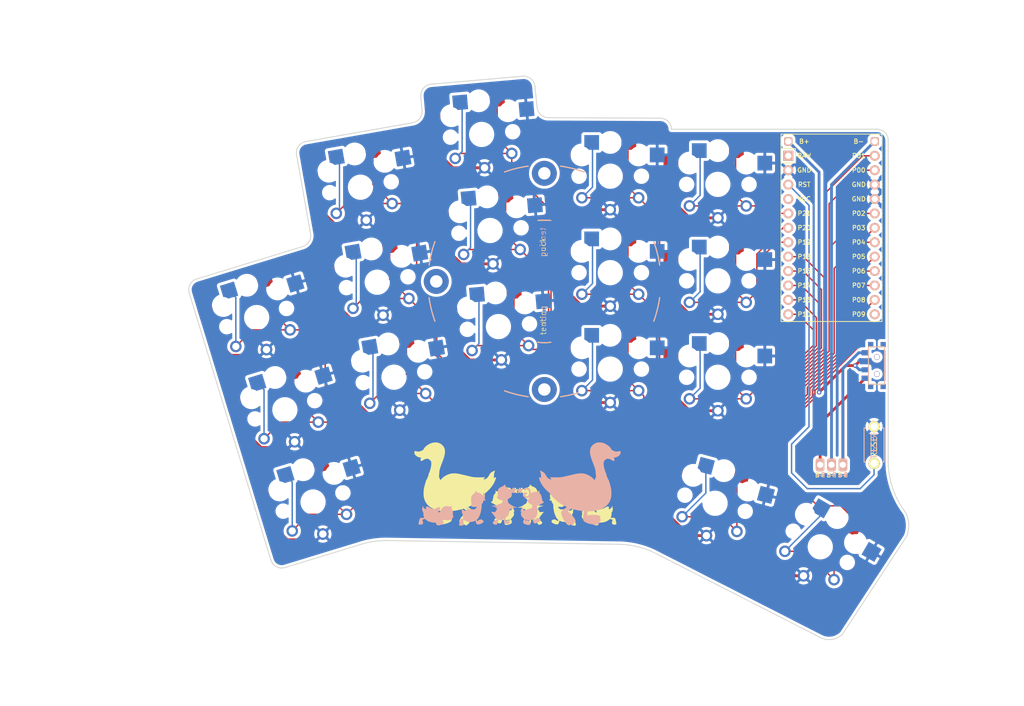
<source format=kicad_pcb>
(kicad_pcb (version 20211014) (generator pcbnew)
  (title_block (title "board") (rev "v1.0.0") (company "Unknown"))
  (layers (0 "F.Cu" signal) (31 "B.Cu" signal) (34 "B.Paste" user) (35 "F.Paste" user) (36 "B.SilkS" user "B.Silkscreen") (37 "F.SilkS" user "F.Silkscreen") (38 "B.Mask" user) (39 "F.Mask" user) (44 "Edge.Cuts" user))
  (net 0 "")
  (net 1 "P6")
  (net 2 "GND")
  (net 3 "P5")
  (net 4 "P4")
  (net 5 "P3")
  (net 6 "P2")
  (net 7 "P0")
  (net 8 "P1")
  (net 9 "P18")
  (net 10 "P15")
  (net 11 "P14")
  (net 12 "P16")
  (net 13 "P10")
  (net 14 "P19")
  (net 15 "P20")
  (net 16 "P21")
  (net 17 "P7")
  (net 18 "P8")
  (net 19 "P9")
  (net 20 "RAW")
  (net 21 "RST")
  (net 22 "VCC")
  (net 23 "Bplus")
  (net 24 "Bminus")
  (net 25 "Braw")
  (footprint "E73:SPDT_C128955" (layer "F.Cu") (at 162.411087 -73.316483 -90)
    (fp_text reference "T1" hide)
    (fp_text value "" hide)
  )
  (footprint "lib:bat" (layer "F.Cu") (at 154.411087 -55.816483)
    (fp_text reference "PAD1" hide)
    (fp_text value "" hide)
  )
  (footprint "kbd:ResetSW" (layer "F.Cu") (at 161.911087 -59.316483 -90)
    (fp_text reference "B1" hide)
    (fp_text value "")
  )
  (footprint "PG1350" (layer "F.Cu") (at 71.38711 -104.745067 10)
    (fp_text reference "S11" hide)
    (fp_text value "" hide)
  )
  (footprint "PG1350" (layer "F.Cu") (at 152.428645 -41.360213 150)
    (fp_text reference "S34" hide)
    (fp_text value "" hide)
  )
  (footprint "PG1350" (layer "F.Cu") (at 94.221643 -97.114167 5)
    (fp_text reference "S15" hide)
    (fp_text value "" hide)
  )
  (footprint "PG1350" (layer "F.Cu") (at 115.411087 -89.686017)
    (fp_text reference "S21" hide)
    (fp_text value "" hide)
  )
  (footprint "PG1350" (layer "F.Cu") (at 77.291148 -71.261603 -170)
    (fp_text reference "S8" hide)
    (fp_text value "" hide)
  )
  (footprint "PG1350" (layer "F.Cu") (at 95.703291 -80.178857 -175)
    (fp_text reference "S14" hide)
    (fp_text value "" hide)
  )
  (footprint "PG1350" (layer "F.Cu") (at 115.411087 -72.686017 180)
    (fp_text reference "S20" hide)
    (fp_text value "" hide)
  )
  (footprint "PG1350" (layer "F.Cu") (at 134.377759 -88.246289 180)
    (fp_text reference "S28" hide)
    (fp_text value "" hide)
  )
  (footprint "PG1350" (layer "F.Cu") (at 134.377759 -71.246289 180)
    (fp_text reference "S26" hide)
    (fp_text value "" hide)
  )
  (footprint "PG1350" (layer "F.Cu") (at 134.377759 -105.246289)
    (fp_text reference "S29" hide)
    (fp_text value "" hide)
  )
  (footprint "PG1350" (layer "F.Cu") (at 152.428645 -41.360213 -30)
    (fp_text reference "S33" hide)
    (fp_text value "" hide)
  )
  (footprint "PG1350" (layer "F.Cu") (at 77.291148 -71.261603 10)
    (fp_text reference "S7" hide)
    (fp_text value "" hide)
  )
  (footprint "PG1350" (layer "F.Cu") (at 63.029681 -49.257181 -163)
    (fp_text reference "S2" hide)
    (fp_text value "" hide)
  )
  (footprint "E73:SPDT_C128955" (layer "F.Cu") (at 162.411087 -73.316483 -90)
    (fp_text reference "T2" hide)
    (fp_text value "" hide)
  )
  (footprint "PG1350" (layer "F.Cu") (at 63.029681 -49.257181 17)
    (fp_text reference "S1" hide)
    (fp_text value "" hide)
  )
  (footprint "PG1350" (layer "F.Cu") (at 53.089043 -81.771543 17)
    (fp_text reference "S5" hide)
    (fp_text value "" hide)
  )
  (footprint "PG1350" (layer "F.Cu") (at 134.377759 -88.246289)
    (fp_text reference "S27" hide)
    (fp_text value "" hide)
  )
  (footprint "PG1350" (layer "F.Cu") (at 74.339129 -88.003335 10)
    (fp_text reference "S9" hide)
    (fp_text value "" hide)
  )
  (footprint "PG1350" (layer "F.Cu") (at 94.221643 -97.114167 -175)
    (fp_text reference "S16" hide)
    (fp_text value "" hide)
  )
  (footprint "PG1350" (layer "F.Cu") (at 134.377759 -105.246289 180)
    (fp_text reference "S30" hide)
    (fp_text value "" hide)
  )
  (footprint "PG1350" (layer "F.Cu") (at 95.703291 -80.178857 5)
    (fp_text reference "S13" hide)
    (fp_text value "" hide)
  )
  (footprint "PG1350" (layer "F.Cu") (at 115.411087 -106.686017 180)
    (fp_text reference "S24" hide)
    (fp_text value "" hide)
  )
  (footprint "LOGO" (layer "F.Cu") (at 99.06 -50.8)
    (fp_text reference "G***")
    (fp_text value "LOGO" hide)
  )
  (footprint "PG1350" (layer "F.Cu") (at 92.739996 -114.049477 5)
    (fp_text reference "S17" hide)
    (fp_text value "" hide)
  )
  (footprint "PG1350" (layer "F.Cu") (at 58.059362 -65.514362 -163)
    (fp_text reference "S4" hide)
    (fp_text value "" hide)
  )
  (footprint "PG1350" (layer "F.Cu") (at 74.339129 -88.003335 -170)
    (fp_text reference "S10" hide)
    (fp_text value "" hide)
  )
  (footprint "PG1350" (layer "F.Cu") (at 115.411087 -89.686017 180)
    (fp_text reference "S22" hide)
    (fp_text value "" hide)
  )
  (footprint "PG1350" (layer "F.Cu") (at 133.891046 -49.038738 -15)
    (fp_text reference "S31" hide)
    (fp_text value "" hide)
  )
  (footprint "ProMicro" (layer "F.Cu") (at 154.411087 -96.316483 -90)
    (fp_text reference "MCU1" hide)
    (fp_text value "" hide)
  )
  (footprint "PG1350" (layer "F.Cu") (at 58.059362 -65.514362 17)
    (fp_text reference "S3" hide)
    (fp_text value "" hide)
  )
  (footprint "PG1350" (layer "F.Cu") (at 133.891046 -49.038738 165)
    (fp_text reference "S32" hide)
    (fp_text value "" hide)
  )
  (footprint "Alaa:Tenting_Puck_3_Holes" (layer "F.Cu") (at 103.79722 -88.141427)
    (fp_text reference "REF**")
    (fp_text value "Tenting Puck")
  )
  (footprint "PG1350" (layer "F.Cu") (at 71.38711 -104.745067 -170)
    (fp_text reference "S12" hide)
    (fp_text value "" hide)
  )
  (footprint "PG1350" (layer "F.Cu") (at 115.411087 -106.686017)
    (fp_text reference "S23" hide)
    (fp_text value "" hide)
  )
  (footprint "PG1350" (layer "F.Cu") (at 134.377759 -71.246289)
    (fp_text reference "S25" hide)
    (fp_text value "" hide)
  )
  (footprint "PG1350" (layer "F.Cu") (at 53.089043 -81.771543 -163)
    (fp_text reference "S6" hide)
    (fp_text value "" hide)
  )
  (footprint "PG1350" (layer "F.Cu") (at 115.411087 -72.686017)
    (fp_text reference "S19" hide)
    (fp_text value "" hide)
  )
  (footprint "PG1350" (layer "F.Cu") (at 92.739996 -114.049477 -175)
    (fp_text reference "S18" hide)
    (fp_text value "" hide)
  )
  (footprint "LOGO" (layer "B.Cu") (at 99.06 -50.8 180)
    (fp_text reference "G***")
    (fp_text value "LOGO" hide)
  )
  (gr_arc (start 104.509588 -117.005368) (mid 103.158397 -117.530806) (end 102.517198 -118.831058) (layer "Edge.Cuts") (width 0.15))
  (gr_arc (start 82.233091 -118.259454) (mid 81.827408 -116.867619) (end 80.587997 -116.115527) (layer "Edge.Cuts") (width 0.15))
  (gr_arc (start 167.528587 -47.330455) (mid 168.024672 -45.267049) (end 167.64 -43.18) (layer "Edge.Cuts") (width 0.15))
  (gr_arc (start 167.528587 -47.330455) (mid 165.211835 -51.649611) (end 164.411087 -56.485027) (layer "Edge.Cuts") (width 0.15))
  (gr_line (start 60.120825 -110.475759) (end 62.576774 -96.547382) (layer "Edge.Cuts") (width 0.15))
  (gr_line (start 116.922394 -41.80264) (end 76.148965 -42.467382) (layer "Edge.Cuts") (width 0.15))
  (gr_line (start 83.834124 -122.906984) (end 99.972478 -124.318907) (layer "Edge.Cuts") (width 0.15))
  (gr_arc (start 58.09038 -37.708445) (mid 56.566694 -37.855159) (end 55.593028 -39.036311) (layer "Edge.Cuts") (width 0.15))
  (gr_line (start 58.090381 -37.708444) (end 71.518873 -41.813947) (layer "Edge.Cuts") (width 0.15))
  (gr_line (start 126.206535 -114.966483) (end 144.510462 -114.966483) (layer "Edge.Cuts") (width 0.15))
  (gr_line (start 162.411087 -114.966483) (end 144.510462 -114.966483) (layer "Edge.Cuts") (width 0.15))
  (gr_line (start 104.509588 -117.005368) (end 124.20716 -116.916483) (layer "Edge.Cuts") (width 0.15))
  (gr_arc (start 71.518873 -41.813947) (mid 73.8083 -42.322192) (end 76.148965 -42.467382) (layer "Edge.Cuts") (width 0.15))
  (gr_line (start 41.20834 -86.086505) (end 55.593028 -39.036311) (layer "Edge.Cuts") (width 0.15))
  (gr_arc (start 99.972478 -124.318908) (mid 101.432366 -123.858608) (end 102.139179 -122.500829) (layer "Edge.Cuts") (width 0.15))
  (gr_arc (start 60.120826 -110.475759) (mid 60.452137 -111.970208) (end 61.743144 -112.792671) (layer "Edge.Cuts") (width 0.15))
  (gr_line (start 156.354214 -25.985787) (end 167.64 -43.18) (layer "Edge.Cuts") (width 0.15))
  (gr_arc (start 116.922394 -41.80264) (mid 120.439885 -41.325215) (end 123.746692 -40.034594) (layer "Edge.Cuts") (width 0.15))
  (gr_line (start 152.4 -25.4) (end 123.746692 -40.034594) (layer "Edge.Cuts") (width 0.15))
  (gr_arc (start 124.20716 -116.916483) (mid 125.603587 -116.348269) (end 126.206535 -114.966483) (layer "Edge.Cuts") (width 0.15))
  (gr_arc (start 156.354214 -25.985787) (mid 154.473897 -25.039536) (end 152.4 -25.4) (layer "Edge.Cuts") (width 0.15))
  (gr_arc (start 41.208341 -86.086504) (mid 41.355055 -87.61019) (end 42.536206 -88.583857) (layer "Edge.Cuts") (width 0.15))
  (gr_line (start 102.139179 -122.500829) (end 102.517198 -118.831058) (layer "Edge.Cuts") (width 0.15))
  (gr_line (start 61.743144 -112.792671) (end 80.587997 -116.115527) (layer "Edge.Cuts") (width 0.15))
  (gr_arc (start 62.576773 -96.547382) (mid 62.312438 -95.155089) (end 61.191902 -94.287476) (layer "Edge.Cuts") (width 0.15))
  (gr_arc (start 82.016046 -120.740284) (mid 82.476347 -122.20017) (end 83.834124 -122.906984) (layer "Edge.Cuts") (width 0.15))
  (gr_line (start 42.536206 -88.583857) (end 61.191902 -94.287476) (layer "Edge.Cuts") (width 0.15))
  (gr_line (start 82.23309 -118.259454) (end 82.016046 -120.740283) (layer "Edge.Cuts") (width 0.15))
  (gr_arc (start 162.411087 -114.966483) (mid 163.825301 -114.380697) (end 164.411087 -112.966483) (layer "Edge.Cuts") (width 0.15))
  (gr_line (start 164.411087 -56.485027) (end 164.411087 -112.966483) (layer "Edge.Cuts") (width 0.15))
  (segment (start 96.075173 -58.42) (end 140.968564 -58.42) (width 0.25) (layer "F.Cu") (net 1))
  (segment (start 62.282887 -47.085081) (end 59.35917 -44.161364) (width 0.25) (layer "F.Cu") (net 1))
  (segment (start 156.23304 -85.87504) (end 160.324483 -89.966483) (width 0.25) (layer "F.Cu") (net 1))
  (segment (start 88.341409 -61.014064) (end 93.481109 -61.014064) (width 0.25) (layer "F.Cu") (net 1))
  (segment (start 77.84096 -62.60096) (end 86.754511 -62.60096) (width 0.25) (layer "F.Cu") (net 1))
  (segment (start 68.922217 -47.085081) (end 62.282887 -47.085081) (width 0.25) (layer "F.Cu") (net 1))
  (segment (start 156.23304 -74.91229) (end 156.23304 -85.87504) (width 0.25) (layer "F.Cu") (net 1))
  (segment (start 73.66 -58.42) (end 77.84096 -62.60096) (width 0.25) (layer "F.Cu") (net 1))
  (segment (start 73.66 -51.822864) (end 73.66 -58.42) (width 0.25) (layer "F.Cu") (net 1))
  (segment (start 150.598649 -68.050085) (end 150.598649 -69.277899) (width 0.25) (layer "F.Cu") (net 1))
  (segment (start 68.922217 -47.085081) (end 73.66 -51.822864) (width 0.25) (layer "F.Cu") (net 1))
  (segment (start 140.968564 -58.42) (end 150.598649 -68.050085) (width 0.25) (layer "F.Cu") (net 1))
  (segment (start 86.754511 -62.60096) (end 88.341409 -61.014064) (width 0.25) (layer "F.Cu") (net 1))
  (segment (start 93.481109 -61.014064) (end 96.075173 -58.42) (width 0.25) (layer "F.Cu") (net 1))
  (segment (start 64.421967 -55.904712) (end 64.421967 -51.585331) (width 0.25) (layer "F.Cu") (net 1))
  (segment (start 150.598649 -69.277899) (end 156.23304 -74.91229) (width 0.25) (layer "F.Cu") (net 1))
  (segment (start 64.421967 -51.585331) (end 68.922217 -47.085081) (width 0.25) (layer "F.Cu") (net 1))
  (segment (start 160.324483 -89.966483) (end 162.031087 -89.966483) (width 0.25) (layer "F.Cu") (net 1))
  (segment (start 58.158171 -53.989677) (end 59.35917 -52.788678) (width 0.25) (layer "B.Cu") (net 1))
  (segment (start 59.35917 -52.788678) (end 59.35917 -44.161364) (width 0.25) (layer "B.Cu") (net 1))
  (segment (start 53.878684 -58.856165) (end 49.049546 -63.685303) (width 0.5) (layer "F.Cu") (net 2))
  (segment (start 90.637192 -74.301308) (end 87.132946 -77.805554) (width 0.5) (layer "F.Cu") (net 2))
  (segment (start 129.405212 -65.346289) (end 126.102759 -68.648742) (width 0.5) (layer "F.Cu") (net 2))
  (segment (start 87.673897 -108.171928) (end 84.169651 -111.676174) (width 0.5) (layer "F.Cu") (net 2))
  (segment (start 67.206698 -97.918702) (end 62.586645 -102.538755) (width 0.5) (layer "F.Cu") (net 2))
  (segment (start 132.364014 -43.339776) (end 129.327896 -43.339776) (width 0.5) (layer "F.Cu") (net 2))
  (segment (start 126.102759 -85.648742) (end 126.102759 -91.996289) (width 0.5) (layer "F.Cu") (net 2))
  (segment (start 115.411087 -66.786017) (end 109.81576 -66.786017) (width 0.5) (layer "F.Cu") (net 2))
  (segment (start 125.807135 -53.741241) (end 126.868581 -54.802687) (width 0.5) (layer "F.Cu") (net 2))
  (segment (start 134.377759 -82.346289) (end 129.405212 -82.346289) (width 0.5) (layer "F.Cu") (net 2))
  (segment (start 84.169651 -111.676174) (end 84.169651 -117.063993) (width 0.5) (layer "F.Cu") (net 2))
  (segment (start 96.21751 -74.301308) (end 90.637192 -74.301308) (width 0.5) (layer "F.Cu") (net 2))
  (segment (start 70.08003 -81.17697) (end 65.538664 -85.718336) (width 0.5) (layer "F.Cu") (net 2))
  (segment (start 144.4244 -39.868068) (end 144.4244 -46.032423) (width 0.5) (layer "F.Cu") (net 2))
  (segment (start 59.784355 -59.872164) (end 58.768356 -58.856165) (width 0.5) (layer "F.Cu") (net 2))
  (segment (start 77.299673 -64.435238) (end 73.105762 -64.435238) (width 0.5) (layer "F.Cu") (net 2))
  (segment (start 54.019865 -47.072135) (end 54.019865 -50.423948) (width 0.5) (layer "F.Cu") (net 2))
  (segment (start 126.102759 -102.648742) (end 126.102759 -108.996289) (width 0.5) (layer "F.Cu") (net 2))
  (segment (start 68.490683 -69.050317) (end 68.490683 -73.517693) (width 0.5) (layer "F.Cu") (net 2))
  (segment (start 129.327896 -43.339776) (end 125.807135 -46.860537) (width 0.5) (layer "F.Cu") (net 2))
  (segment (start 93.254215 -108.171928) (end 87.673897 -108.171928) (width 0.5) (layer "F.Cu") (net 2))
  (segment (start 72.411634 -98.934701) (end 71.395635 -97.918702) (width 0.5) (layer "F.Cu") (net 2))
  (segment (start 44.079227 -79.593373) (end 44.079227 -82.93831) (width 0.5) (layer "F.Cu") (net 2))
  (segment (start 64.754674 -43.614983) (end 63.738675 -42.598984) (width 0.5) (layer "F.Cu") (net 2))
  (segment (start 129.405212 -99.346289) (end 126.102759 -102.648742) (width 0.5) (layer "F.Cu") (net 2))
  (segment (start 107.136087 -103.216201) (end 107.136087 -110.436017) (width 0.5) (layer "F.Cu") (net 2))
  (segment (start 115.411087 -100.786017) (end 109.566271 -100.786017) (width 0.5) (layer "F.Cu") (net 2))
  (segment (start 73.105762 -64.435238) (end 68.490683 -69.050317) (width 0.5) (layer "F.Cu") (net 2))
  (segment (start 110.43854 -83.786017) (end 107.136087 -87.08847) (width 0.5) (layer "F.Cu") (net 2))
  (segment (start 144.4244 -46.032423) (end 147.137285 -48.745308) (width 0.5) (layer "F.Cu") (net 2))
  (segment (start 148.041805 -36.250663) (end 144.4244 -39.868068) (width 0.5) (layer "F.Cu") (net 2))
  (segment (start 108.15356 -68.448217) (end 108.15356 -75.418544) (width 0.5) (layer "F.Cu") (net 2))
  (segment (start 129.405212 -82.346289) (end 126.102759 -85.648742) (width 0.5) (layer "F.Cu") (net 2))
  (segment (start 62.586645 -102.538755) (end 62.586645 -107.001157) (width 0.5) (layer "F.Cu") (net 2))
  (segment (start 115.411087 -83.786017) (end 110.43854 -83.786017) (width 0.5) (layer "F.Cu") (net 2))
  (segment (start 58.493016 -42.598984) (end 54.019865 -47.072135) (width 0.5) (layer "F.Cu") (net 2))
  (segment (start 126.102759 -68.648742) (end 126.102759 -74.996289) (width 0.5) (layer "F.Cu") (net 2))
  (segment (start 85.651298 -94.740864) (end 85.651298 -100.128683) (width 0.5) (layer "F.Cu") (net 2))
  (segment (start 107.136087 -87.08847) (end 107.136087 -93.436017) (width 0.5) (layer "F.Cu") (net 2))
  (segment (start 108.15356 -76.015027) (end 107.136087 -77.0325) (width 0.5) (layer "F.Cu") (net 2))
  (segment (start 109.566271 -100.786017) (end 107.136087 -103.216201) (width 0.5) (layer "F.Cu") (net 2))
  (segment (start 134.377759 -65.346289) (end 129.405212 -65.346289) (width 0.5) (layer "F.Cu") (net 2))
  (segment (start 87.132946 -77.805554) (end 87.132946 -83.193373) (width 0.5) (layer "F.Cu") (net 2))
  (segment (start 78.315672 -65.451237) (end 77.299673 -64.435238) (width 0.5) (layer "F.Cu") (net 2))
  (segment (start 125.807135 -46.860537) (end 125.807135 -53.741241) (width 0.5) (layer "F.Cu") (net 2))
  (segment (start 58.768356 -58.856165) (end 53.878684 -58.856165) (width 0.5) (layer "F.Cu") (net 2))
  (segment (start 63.738675 -42.598984) (end 58.493016 -42.598984) (width 0.5) (layer "F.Cu") (net 2))
  (segment (start 53.798037 -75.113346) (end 48.559254 -75.113346) (width 0.5) (layer "F.Cu") (net 2))
  (segment (start 48.559254 -75.113346) (end 44.079227 -79.593373) (width 0.5) (layer "F.Cu") (net 2))
  (segment (start 134.377759 -99.346289) (end 129.405212 -99.346289) (width 0.5) (layer "F.Cu") (net 2))
  (segment (start 49.049546 -63.685303) (end 49.049546 -66.681129) (width 0.5) (layer "F.Cu") (net 2))
  (segment (start 75.363653 -82.192969) (end 74.347654 -81.17697) (width 0.5) (layer "F.Cu") (net 2))
  (segment (start 94.735862 -91.236618) (end 89.155544 -91.236618) (width 0.5) (layer "F.Cu") (net 2))
  (segment (start 149.478645 -36.250663) (end 148.041805 -36.250663) (width 0.5) (layer "F.Cu") (net 2))
  (segment (start 109.81576 -66.786017) (end 108.15356 -68.448217) (width 0.5) (layer "F.Cu") (net 2))
  (segment (start 74.347654 -81.17697) (end 70.08003 -81.17697) (width 0.5) (layer "F.Cu") (net 2))
  (segment (start 54.814036 -76.129345) (end 53.798037 -75.113346) (width 0.5) (layer "F.Cu") (net 2))
  (segment (start 89.155544 -91.236618) (end 85.651298 -94.740864) (width 0.5) (layer "F.Cu") (net 2))
  (segment (start 65.538664 -85.718336) (end 65.538664 -90.259425) (width 0.5) (layer "F.Cu") (net 2))
  (segment (start 71.395635 -97.918702) (end 67.206698 -97.918702) (width 0.5) (layer "F.Cu") (net 2))
  (segment (start 155.78352 -86.258916) (end 162.031087 -92.506483) (width 0.25) (layer "F.Cu") (net 3))
  (segment (start 88.527606 -61.463584) (end 93.667305 -61.463584) (width 0.25) (layer "F.Cu") (net 3))
  (segment (start 69.39742 -63.342262) (end 69.689203 -63.05048) (width 0.25) (layer "F.Cu") (net 3))
  (segment (start 59.451648 -67.842512) (end 63.951898 -63.342262) (width 0.25) (layer "F.Cu") (net 3))
  (segment (start 155.78352 -75.098488) (end 155.78352 -86.258916) (width 0.25) (layer "F.Cu") (net 3))
  (segment (start 140.782366 -58.86952) (end 150.149129 -68.236283) (width 0.25) (layer "F.Cu") (net 3))
  (segment (start 63.951898 -63.342262) (end 69.39742 -63.342262) (width 0.25) (layer "F.Cu") (net 3))
  (segment (start 69.689203 -63.05048) (end 86.940708 -63.05048) (width 0.25) (layer "F.Cu") (net 3))
  (segment (start 63.951898 -63.342262) (end 57.312568 -63.342262) (width 0.25) (layer "F.Cu") (net 3))
  (segment (start 150.149129 -68.236283) (end 150.149129 -69.464097) (width 0.25) (layer "F.Cu") (net 3))
  (segment (start 57.312568 -63.342262) (end 54.388851 -60.418545) (width 0.25) (layer "F.Cu") (net 3))
  (segment (start 150.149129 -69.464097) (end 155.78352 -75.098488) (width 0.25) (layer "F.Cu") (net 3))
  (segment (start 86.940708 -63.05048) (end 88.527606 -61.463584) (width 0.25) (layer "F.Cu") (net 3))
  (segment (start 93.667305 -61.463584) (end 96.261369 -58.86952) (width 0.25) (layer "F.Cu") (net 3))
  (segment (start 96.261369 -58.86952) (end 140.782366 -58.86952) (width 0.25) (layer "F.Cu") (net 3))
  (segment (start 59.451648 -72.161893) (end 59.451648 -67.842512) (width 0.25) (layer "F.Cu") (net 3))
  (segment (start 53.187852 -70.246858) (end 54.388851 -69.045859) (width 0.25) (layer "B.Cu") (net 3))
  (segment (start 54.388851 -69.045859) (end 54.388851 -60.418545) (width 0.25) (layer "B.Cu") (net 3))
  (segment (start 69.8754 -63.5) (end 87.126906 -63.5) (width 0.25) (layer "F.Cu") (net 4))
  (segment (start 58.981579 -79.599443) (end 52.342249 -79.599443) (width 0.25) (layer "F.Cu") (net 4))
  (segment (start 54.481329 -88.419074) (end 54.481329 -84.099693) (width 0.25) (layer "F.Cu") (net 4))
  (segment (start 52.342249 -79.599443) (end 49.418532 -76.675726) (width 0.25) (layer "F.Cu") (net 4))
  (segment (start 54.481329 -84.099693) (end 58.981579 -79.599443) (width 0.25) (layer "F.Cu") (net 4))
  (segment (start 65.1764 -76.1238) (end 65.1764 -68.199) (width 0.25) (layer "F.Cu") (net 4))
  (segment (start 93.853502 -61.913104) (end 96.447566 -59.31904) (width 0.25) (layer "F.Cu") (net 4))
  (segment (start 58.981579 -79.599443) (end 61.700757 -79.599443) (width 0.25) (layer "F.Cu") (net 4))
  (segment (start 160.146683 -95.046483) (end 162.031087 -95.046483) (width 0.25) (layer "F.Cu") (net 4))
  (segment (start 149.699609 -69.650295) (end 155.334 -75.284686) (width 0.25) (layer "F.Cu") (net 4))
  (segment (start 61.700757 -79.599443) (end 65.1764 -76.1238) (width 0.25) (layer "F.Cu") (net 4))
  (segment (start 155.334 -75.284686) (end 155.334 -90.2338) (width 0.25) (layer "F.Cu") (net 4))
  (segment (start 140.596168 -59.31904) (end 149.699609 -68.422481) (width 0.25) (layer "F.Cu") (net 4))
  (segment (start 149.699609 -68.422481) (end 149.699609 -69.650295) (width 0.25) (layer "F.Cu") (net 4))
  (segment (start 87.126906 -63.5) (end 88.713803 -61.913104) (width 0.25) (layer "F.Cu") (net 4))
  (segment (start 96.447566 -59.31904) (end 140.596168 -59.31904) (width 0.25) (layer "F.Cu") (net 4))
  (segment (start 88.713803 -61.913104) (end 93.853502 -61.913104) (width 0.25) (layer "F.Cu") (net 4))
  (segment (start 65.1764 -68.199) (end 69.8754 -63.5) (width 0.25) (layer "F.Cu") (net 4))
  (segment (start 155.334 -90.2338) (end 160.146683 -95.046483) (width 0.25) (layer "F.Cu") (net 4))
  (segment (start 48.217533 -86.504039) (end 49.418532 -85.30304) (width 0.25) (layer "B.Cu") (net 4))
  (segment (start 49.418532 -85.30304) (end 49.418532 -76.675726) (width 0.25) (layer "B.Cu") (net 4))
  (segment (start 88.9 -62.362624) (end 94.0397 -62.362624) (width 0.25) (layer "F.Cu") (net 5))
  (segment (start 154.88448 -90.439876) (end 162.031087 -97.586483) (width 0.25) (layer "F.Cu") (net 5))
  (segment (start 94.0397 -62.362624) (end 96.633764 -59.76856) (width 0.25) (layer "F.Cu") (net 5))
  (segment (start 79.483187 -71.779437) (end 82.87505 -68.387574) (width 0.25) (layer "F.Cu") (net 5))
  (segment (start 149.250089 -68.608679) (end 149.250089 -69.836493) (width 0.25) (layer "F.Cu") (net 5))
  (segment (start 82.87505 -68.387574) (end 74.763453 -68.387574) (width 0.25) (layer "F.Cu") (net 5))
  (segment (start 79.483187 -77.689907) (end 79.483187 -71.779437) (width 0.25) (layer "F.Cu") (net 5))
  (segment (start 74.763453 -68.387574) (end 73.026972 -66.651093) (width 0.25) (layer "F.Cu") (net 5))
  (segment (start 82.87505 -68.387574) (end 88.9 -62.362624) (width 0.25) (layer "F.Cu") (net 5))
  (segment (start 149.250089 -69.836493) (end 154.88448 -75.470884) (width 0.25) (layer "F.Cu") (net 5))
  (segment (start 154.88448 -75.470884) (end 154.88448 -90.439876) (width 0.25) (layer "F.Cu") (net 5))
  (segment (start 140.40997 -59.76856) (end 149.250089 -68.608679) (width 0.25) (layer "F.Cu") (net 5))
  (segment (start 96.633764 -59.76856) (end 140.40997 -59.76856) (width 0.25) (layer "F.Cu") (net 5))
  (segment (start 73.59045 -67.214571) (end 73.026972 -66.651093) (width 0.25) (layer "B.Cu") (net 5))
  (segment (start 73.032696 -76.552511) (end 73.59045 -75.994757) (width 0.25) (layer "B.Cu") (net 5))
  (segment (start 73.59045 -75.994757) (end 73.59045 -67.214571) (width 0.25) (layer "B.Cu") (net 5))
  (segment (start 154.43496 -75.657082) (end 154.43496 -94.49096) (width 0.25) (layer "F.Cu") (net 6))
  (segment (start 76.531168 -88.521169) (end 79.923031 -85.129306) (width 0.25) (layer "F.Cu") (net 6))
  (segment (start 84.38648 -80.665857) (end 84.38648 -75.353403) (width 0.25) (layer "F.Cu") (net 6))
  (segment (start 148.800569 -70.022691) (end 154.43496 -75.657082) (width 0.25) (layer "F.Cu") (net 6))
  (segment (start 76.531168 -94.431639) (end 76.531168 -88.521169) (width 0.25) (layer "F.Cu") (net 6))
  (segment (start 148.800569 -68.794877) (end 148.800569 -70.022691) (width 0.25) (layer "F.Cu") (net 6))
  (segment (start 84.38648 -75.353403) (end 89.34952 -70.390363) (width 0.25) (layer "F.Cu") (net 6))
  (segment (start 154.43496 -94.49096) (end 160.070483 -100.126483) (width 0.25) (layer "F.Cu") (net 6))
  (segment (start 140.223772 -60.21808) (end 148.800569 -68.794877) (width 0.25) (layer "F.Cu") (net 6))
  (segment (start 96.819962 -60.21808) (end 140.223772 -60.21808) (width 0.25) (layer "F.Cu") (net 6))
  (segment (start 79.923031 -85.129306) (end 71.811434 -85.129306) (width 0.25) (layer "F.Cu") (net 6))
  (segment (start 89.34952 -70.390363) (end 89.34952 -67.688522) (width 0.25) (layer "F.Cu") (net 6))
  (segment (start 79.923031 -85.129306) (end 84.38648 -80.665857) (width 0.25) (layer "F.Cu") (net 6))
  (segment (start 89.34952 -67.688522) (end 96.819962 -60.21808) (width 0.25) (layer "F.Cu") (net 6))
  (segment (start 71.811434 -85.129306) (end 70.074953 -83.392825) (width 0.25) (layer "F.Cu") (net 6))
  (segment (start 160.070483 -100.126483) (end 162.031087 -100.126483) (width 0.25) (layer "F.Cu") (net 6))
  (segment (start 70.638431 -83.956303) (end 70.074953 -83.392825) (width 0.25) (layer "B.Cu") (net 6))
  (segment (start 70.638431 -92.736489) (end 70.638431 -83.956303) (width 0.25) (layer "B.Cu") (net 6))
  (segment (start 70.080677 -93.294243) (end 70.638431 -92.736489) (width 0.25) (layer "B.Cu") (net 6))
  (segment (start 68.859415 -101.871038) (end 67.122934 -100.134557) (width 0.25) (layer "F.Cu") (net 7))
  (segment (start 148.351049 -70.208889) (end 153.98544 -75.84328) (width 0.25) (layer "F.Cu") (net 7))
  (segment (start 84.836 -75.539601) (end 89.79904 -70.57656) (width 0.25) (layer "F.Cu") (net 7))
  (segment (start 97.00616 -60.6676) (end 140.037574 -60.6676) (width 0.25) (layer "F.Cu") (net 7))
  (segment (start 73.579149 -111.173371) (end 73.579149 -105.262901) (width 0.25) (layer "F.Cu") (net 7))
  (segment (start 89.79904 -70.57656) (end 89.79904 -67.87472) (width 0.25) (layer "F.Cu") (net 7))
  (segment (start 81.28 -86.36) (end 84.836 -82.804) (width 0.25) (layer "F.Cu") (net 7))
  (segment (start 140.037574 -60.6676) (end 148.351049 -68.981075) (width 0.25) (layer "F.Cu") (net 7))
  (segment (start 76.971012 -101.871038) (end 68.859415 -101.871038) (width 0.25) (layer "F.Cu") (net 7))
  (segment (start 79.561162 -101.871038) (end 81.28 -100.1522) (width 0.25) (layer "F.Cu") (net 7))
  (segment (start 84.836 -82.804) (end 84.836 -75.539601) (width 0.25) (layer "F.Cu") (net 7))
  (segment (start 89.79904 -67.87472) (end 97.00616 -60.6676) (width 0.25) (layer "F.Cu") (net 7))
  (segment (start 153.98544 -75.84328) (end 153.98544 -101.83924) (width 0.25) (layer "F.Cu") (net 7))
  (segment (start 153.98544 -101.83924) (end 159.892683 -107.746483) (width 0.25) (layer "F.Cu") (net 7))
  (segment (start 76.971012 -101.871038) (end 79.561162 -101.871038) (width 0.25) (layer "F.Cu") (net 7))
  (segment (start 148.351049 -68.981075) (end 148.351049 -70.208889) (width 0.25) (layer "F.Cu") (net 7))
  (segment (start 159.892683 -107.746483) (end 162.031087 -107.746483) (width 0.25) (layer "F.Cu") (net 7))
  (segment (start 73.579149 -105.262901) (end 76.971012 -101.871038) (width 0.25) (layer "F.Cu") (net 7))
  (segment (start 81.28 -100.1522) (end 81.28 -86.36) (width 0.25) (layer "F.Cu") (net 7))
  (segment (start 67.686412 -100.698035) (end 67.122934 -100.134557) (width 0.25) (layer "B.Cu") (net 7))
  (segment (start 67.128658 -110.035975) (end 67.686412 -109.478221) (width 0.25) (layer "B.Cu") (net 7))
  (segment (start 67.686412 -109.478221) (end 67.686412 -100.698035) (width 0.25) (layer "B.Cu") (net 7))
  (segment (start 101.015456 -76.829096) (end 101.683852 -76.1607) (width 0.25) (layer "F.Cu") (net 8))
  (segment (start 91.925067 -76.829096) (end 91.053509 -75.957538) (width 0.25) (layer "F.Cu") (net 8))
  (segment (start 106.68 -63.284724) (end 108.847604 -61.11712) (width 0.25) (layer "F.Cu") (net 8))
  (segment (start 153.53592 -76.029478) (end 153.53592 -103.92972) (width 0.25) (layer "F.Cu") (net 8))
  (segment (start 101.015456 -76.829096) (end 98.447252 -79.3973) (width 0.25) (layer "F.Cu") (net 8))
  (segment (start 98.447252 -79.3973) (end 98.447252 -86.391651) (width 0.25) (layer "F.Cu") (net 8))
  (segment (start 147.901529 -69.167273) (end 147.901529 -70.395087) (width 0.25) (layer "F.Cu") (net 8))
  (segment (start 101.683852 -76.1607) (end 103.244938 -76.1607) (width 0.25) (layer "F.Cu") (net 8))
  (segment (start 147.901529 -70.395087) (end 153.53592 -76.029478) (width 0.25) (layer "F.Cu") (net 8))
  (segment (start 139.851376 -61.11712) (end 147.901529 -69.167273) (width 0.25) (layer "F.Cu") (net 8))
  (segment (start 101.015456 -76.829096) (end 91.925067 -76.829096) (width 0.25) (layer "F.Cu") (net 8))
  (segment (start 108.847604 -61.11712) (end 139.851376 -61.11712) (width 0.25) (layer "F.Cu") (net 8))
  (segment (start 106.68 -70.883508) (end 106.68 -63.284724) (width 0.25) (layer "F.Cu") (net 8))
  (segment (start 103.244938 -74.31857) (end 106.68 -70.883508) (width 0.25) (layer "F.Cu") (net 8))
  (segment (start 159.892683 -110.286483) (end 162.031087 -110.286483) (width 0.25) (layer "F.Cu") (net 8))
  (segment (start 103.244938 -76.1607) (end 103.244938 -74.31857) (width 0.25) (layer "F.Cu") (net 8))
  (segment (start 153.53592 -103.92972) (end 159.892683 -110.286483) (width 0.25) (layer "F.Cu") (net 8))
  (segment (start 92.270004 -77.174033) (end 91.053509 -75.957538) (width 0.25) (layer "B.Cu") (net 8))
  (segment (start 91.922177 -85.82078) (end 92.270004 -85.472953) (width 0.25) (layer "B.Cu") (net 8))
  (segment (start 92.270004 -85.472953) (end 92.270004 -77.174033) (width 0.25) (layer "B.Cu") (net 8))
  (segment (start 107.12952 -71.069705) (end 107.12952 -63.470922) (width 0.25) (layer "F.Cu") (net 9))
  (segment (start 99.533808 -93.764406) (end 90.443419 -93.764406) (width 0.25) (layer "F.Cu") (net 9))
  (segment (start 96.965604 -96.33261) (end 99.533808 -93.764406) (width 0.25) (layer "F.Cu") (net 9))
  (segment (start 104.52868 -73.670546) (end 107.12952 -71.069705) (width 0.25) (layer "F.Cu") (net 9))
  (segment (start 149.428517 -92.506483) (end 146.791087 -92.506483) (width 0.25) (layer "F.Cu") (net 9))
  (segment (start 147.452009 -69.353471) (end 147.452009 -70.581285) (width 0.25) (layer "F.Cu") (net 9))
  (segment (start 96.965604 -103.326961) (end 96.965604 -96.33261) (width 0.25) (layer "F.Cu") (net 9))
  (segment (start 153.0864 -76.215676) (end 153.0864 -88.8486) (width 0.25) (layer "F.Cu") (net 9))
  (segment (start 139.665178 -61.56664) (end 147.452009 -69.353471) (width 0.25) (layer "F.Cu") (net 9))
  (segment (start 109.033802 -61.56664) (end 139.665178 -61.56664) (width 0.25) (layer "F.Cu") (net 9))
  (segment (start 104.52868 -88.769534) (end 104.52868 -73.670546) (width 0.25) (layer "F.Cu") (net 9))
  (segment (start 153.0864 -88.8486) (end 149.428517 -92.506483) (width 0.25) (layer "F.Cu") (net 9))
  (segment (start 99.533808 -93.764406) (end 104.52868 -88.769534) (width 0.25) (layer "F.Cu") (net 9))
  (segment (start 90.443419 -93.764406) (end 89.571861 -92.892848) (width 0.25) (layer "F.Cu") (net 9))
  (segment (start 107.12952 -63.470922) (end 109.033802 -61.56664) (width 0.25) (layer "F.Cu") (net 9))
  (segment (start 147.452009 -70.581285) (end 153.0864 -76.215676) (width 0.25) (layer "F.Cu") (net 9))
  (segment (start 90.788356 -94.109343) (end 89.571861 -92.892848) (width 0.25) (layer "B.Cu") (net 9))
  (segment (start 90.440529 -102.75609) (end 90.788356 -102.408263) (width 0.25) (layer "B.Cu") (net 9))
  (segment (start 90.788356 -102.408263) (end 90.788356 -94.109343) (width 0.25) (layer "B.Cu") (net 9))
  (segment (start 152.63688 -86.70732) (end 149.377717 -89.966483) (width 0.25) (layer "F.Cu") (net 10))
  (segment (start 104.9782 -73.856744) (end 107.57904 -71.255902) (width 0.25) (layer "F.Cu") (net 10))
  (segment (start 107.57904 -63.65712) (end 109.22 -62.01616) (width 0.25) (layer "F.Cu") (net 10))
  (segment (start 147.002489 -70.767483) (end 152.63688 -76.401874) (width 0.25) (layer "F.Cu") (net 10))
  (segment (start 95.483957 -120.262271) (end 95.483957 -113.26792) (width 0.25) (layer "F.Cu") (net 10))
  (segment (start 104.9782 -100.61575) (end 104.9782 -73.856744) (width 0.25) (layer "F.Cu") (net 10))
  (segment (start 152.63688 -76.401874) (end 152.63688 -86.70732) (width 0.25) (layer "F.Cu") (net 10))
  (segment (start 98.052161 -107.541789) (end 104.9782 -100.61575) (width 0.25) (layer "F.Cu") (net 10))
  (segment (start 107.57904 -71.255902) (end 107.57904 -63.65712) (width 0.25) (layer "F.Cu") (net 10))
  (segment (start 88.961772 -110.699716) (end 88.090214 -109.828158) (width 0.25) (layer "F.Cu") (net 10))
  (segment (start 109.22 -62.01616) (end 139.47898 -62.01616) (width 0.25) (layer "F.Cu") (net 10))
  (segment (start 98.052161 -110.699716) (end 88.961772 -110.699716) (width 0.25) (layer "F.Cu") (net 10))
  (segment (start 98.052161 -110.699716) (end 98.052161 -107.541789) (width 0.25) (layer "F.Cu") (net 10))
  (segment (start 95.483957 -113.26792) (end 98.052161 -110.699716) (width 0.25) (layer "F.Cu") (net 10))
  (segment (start 147.002489 -69.539669) (end 147.002489 -70.767483) (width 0.25) (layer "F.Cu") (net 10))
  (segment (start 139.47898 -62.01616) (end 147.002489 -69.539669) (width 0.25) (layer "F.Cu") (net 10))
  (segment (start 149.377717 -89.966483) (end 146.791087 -89.966483) (width 0.25) (layer "F.Cu") (net 10))
  (segment (start 89.306709 -111.044653) (end 88.090214 -109.828158) (width 0.25) (layer "B.Cu") (net 10))
  (segment (start 89.306709 -119.343573) (end 89.306709 -111.044653) (width 0.25) (layer "B.Cu") (net 10))
  (segment (start 88.958882 -119.6914) (end 89.306709 -119.343573) (width 0.25) (layer "B.Cu") (net 10))
  (segment (start 146.552969 -70.953681) (end 146.552969 -69.725867) (width 0.25) (layer "F.Cu") (net 11))
  (segment (start 121.313587 -67.983517) (end 120.411087 -68.886017) (width 0.25) (layer "F.Cu") (net 11))
  (segment (start 146.791087 -87.426483) (end 149.072917 -87.426483) (width 0.25) (layer "F.Cu") (net 11))
  (segment (start 146.552969 -69.725867) (end 139.292782 -62.46568) (width 0.25) (layer "F.Cu") (net 11))
  (segment (start 120.411087 -68.886017) (end 110.411087 -68.886017) (width 0.25) (layer "F.Cu") (net 11))
  (segment (start 152.18736 -84.31204) (end 152.18736 -76.588072) (width 0.25) (layer "F.Cu") (net 11))
  (segment (start 118.536566 -78.486496) (end 118.536566 -70.760538) (width 0.25) (layer "F.Cu") (net 11))
  (segment (start 152.18736 -76.588072) (end 146.552969 -70.953681) (width 0.25) (layer "F.Cu") (net 11))
  (segment (start 121.313587 -64.106413) (end 121.313587 -67.983517) (width 0.25) (layer "F.Cu") (net 11))
  (segment (start 118.536566 -70.760538) (end 120.411087 -68.886017) (width 0.25) (layer "F.Cu") (net 11))
  (segment (start 149.072917 -87.426483) (end 152.18736 -84.31204) (width 0.25) (layer "F.Cu") (net 11))
  (segment (start 118.686087 -78.636017) (end 118.536566 -78.486496) (width 0.25) (layer "F.Cu") (net 11))
  (segment (start 122.95432 -62.46568) (end 121.313587 -64.106413) (width 0.25) (layer "F.Cu") (net 11))
  (segment (start 139.292782 -62.46568) (end 122.95432 -62.46568) (width 0.25) (layer "F.Cu") (net 11))
  (segment (start 112.285608 -79.029475) (end 112.285608 -70.760538) (width 0.25) (layer "B.Cu") (net 11))
  (segment (start 112.285608 -70.760538) (end 110.411087 -68.886017) (width 0.25) (layer "B.Cu") (net 11))
  (segment (start 112.136087 -79.178996) (end 112.285608 -79.029475) (width 0.25) (layer "B.Cu") (net 11))
  (segment (start 148.615717 -84.886483) (end 146.791087 -84.886483) (width 0.25) (layer "F.Cu") (net 12))
  (segment (start 123.65488 -66.209402) (end 126.813802 -63.05048) (width 0.25) (layer "F.Cu") (net 12))
  (segment (start 120.411087 -85.886017) (end 123.65488 -82.642224) (width 0.25) (layer "F.Cu") (net 12))
  (segment (start 118.536566 -87.760538) (end 120.411087 -85.886017) (width 0.25) (layer "F.Cu") (net 12))
  (segment (start 146.103449 -71.139879) (end 151.73784 -76.77427) (width 0.25) (layer "F.Cu") (net 12))
  (segment (start 110.411087 -85.886017) (end 120.411087 -85.886017) (width 0.25) (layer "F.Cu") (net 12))
  (segment (start 146.103449 -69.912065) (end 146.103449 -71.139879) (width 0.25) (layer "F.Cu") (net 12))
  (segment (start 151.73784 -81.76436) (end 148.615717 -84.886483) (width 0.25) (layer "F.Cu") (net 12))
  (segment (start 118.536566 -95.486496) (end 118.536566 -87.760538) (width 0.25) (layer "F.Cu") (net 12))
  (segment (start 123.65488 -82.642224) (end 123.65488 -66.209402) (width 0.25) (layer "F.Cu") (net 12))
  (segment (start 139.241864 -63.05048) (end 146.103449 -69.912065) (width 0.25) (layer "F.Cu") (net 12))
  (segment (start 151.73784 -76.77427) (end 151.73784 -81.76436) (width 0.25) (layer "F.Cu") (net 12))
  (segment (start 126.813802 -63.05048) (end 139.241864 -63.05048) (width 0.25) (layer "F.Cu") (net 12))
  (segment (start 118.686087 -95.636017) (end 118.536566 -95.486496) (width 0.25) (layer "F.Cu") (net 12))
  (segment (start 112.136087 -96.178996) (end 112.285608 -96.029475) (width 0.25) (layer "B.Cu") (net 12))
  (segment (start 112.285608 -96.029475) (end 112.285608 -87.760538) (width 0.25) (layer "B.Cu") (net 12))
  (segment (start 112.285608 -87.760538) (end 110.411087 -85.886017) (width 0.25) (layer "B.Cu") (net 12))
  (segment (start 118.536566 -112.486496) (end 118.536566 -104.760538) (width 0.25) (layer "F.Cu") (net 13))
  (segment (start 139.055666 -63.5) (end 145.653929 -70.098263) (width 0.25) (layer "F.Cu") (net 13))
  (segment (start 127 -63.5) (end 139.055666 -63.5) (width 0.25) (layer "F.Cu") (net 13))
  (segment (start 151.28832 -79.52148) (end 148.463317 -82.346483) (width 0.25) (layer "F.Cu") (net 13))
  (segment (start 124.1044 -99.192704) (end 124.1044 -66.3956) (width 0.25) (layer "F.Cu") (net 13))
  (segment (start 124.1044 -66.3956) (end 127 -63.5) (width 0.25) (layer "F.Cu") (net 13))
  (segment (start 145.653929 -71.326077) (end 151.28832 -76.960468) (width 0.25) (layer "F.Cu") (net 13))
  (segment (start 120.411087 -102.886017) (end 110.411087 -102.886017) (width 0.25) (layer "F.Cu") (net 13))
  (segment (start 118.686087 -112.636017) (end 118.536566 -112.486496) (width 0.25) (layer "F.Cu") (net 13))
  (segment (start 148.463317 -82.346483) (end 146.791087 -82.346483) (width 0.25) (layer "F.Cu") (net 13))
  (segment (start 151.28832 -76.960468) (end 151.28832 -79.52148) (width 0.25) (layer "F.Cu") (net 13))
  (segment (start 145.653929 -70.098263) (end 145.653929 -71.326077) (width 0.25) (layer "F.Cu") (net 13))
  (segment (start 120.411087 -102.886017) (end 124.1044 -99.192704) (width 0.25) (layer "F.Cu") (net 13))
  (segment (start 118.536566 -104.760538) (end 120.411087 -102.886017) (width 0.25) (layer "F.Cu") (net 13))
  (segment (start 112.285608 -104.760538) (end 110.411087 -102.886017) (width 0.25) (layer "B.Cu") (net 13))
  (segment (start 112.285608 -113.029475) (end 112.285608 -104.760538) (width 0.25) (layer "B.Cu") (net 13))
  (segment (start 112.136087 -113.178996) (end 112.285608 -113.029475) (width 0.25) (layer "B.Cu") (net 13))
  (segment (start 144.746866 -95.046483) (end 146.791087 -95.046483) (width 0.25) (layer "F.Cu") (net 14))
  (segment (start 142.714672 -93.014289) (end 144.746866 -95.046483) (width 0.25) (layer "F.Cu") (net 14))
  (segment (start 139.377759 -67.446289) (end 129.377759 -67.446289) (width 0.25) (layer "F.Cu") (net 14))
  (segment (start 142.714672 -70.783202) (end 142.714672 -93.014289) (width 0.25) (layer "F.Cu") (net 14))
  (segment (start 137.503238 -77.046768) (end 137.652759 -77.196289) (width 0.25) (layer "F.Cu") (net 14))
  (segment (start 137.503238 -69.32081) (end 137.503238 -77.046768) (width 0.25) (layer "F.Cu") (net 14))
  (segment (start 139.377759 -67.446289) (end 142.714672 -70.783202) (width 0.25) (layer "F.Cu") (net 14))
  (segment (start 139.377759 -67.446289) (end 137.503238 -69.32081) (width 0.25) (layer "F.Cu") (net 14))
  (segment (start 131.25228 -77.046768) (end 131.25228 -69.32081) (width 0.25) (layer "B.Cu") (net 14))
  (segment (start 131.25228 -69.32081) (end 129.377759 -67.446289) (width 0.25) (layer "B.Cu") (net 14))
  (segment (start 131.102759 -77.196289) (end 131.25228 -77.046768) (width 0.25) (layer "B.Cu") (net 14))
  (segment (start 141.25228 -86.32081) (end 141.25228 -92.962014) (width 0.25) (layer "F.Cu") (net 15))
  (segment (start 137.503238 -86.32081) (end 137.503238 -94.046768) (width 0.25) (layer "F.Cu") (net 15))
  (segment (start 141.25228 -92.962014) (end 145.876749 -97.586483) (width 0.25) (layer "F.Cu") (net 15))
  (segment (start 139.377759 -84.446289) (end 137.503238 -86.32081) (width 0.25) (layer "F.Cu") (net 15))
  (segment (start 137.503238 -94.046768) (end 137.652759 -94.196289) (width 0.25) (layer "F.Cu") (net 15))
  (segment (start 145.876749 -97.586483) (end 146.791087 -97.586483) (width 0.25) (layer "F.Cu") (net 15))
  (segment (start 129.377759 -84.446289) (end 139.377759 -84.446289) (width 0.25) (layer "F.Cu") (net 15))
  (segment (start 139.377759 -84.446289) (end 141.25228 -86.32081) (width 0.25) (layer "F.Cu") (net 15))
  (segment (start 131.102759 -94.196289) (end 131.25228 -94.046768) (width 0.25) (layer "B.Cu") (net 15))
  (segment (start 131.25228 -94.046768) (end 131.25228 -86.32081) (width 0.25) (layer "B.Cu") (net 15))
  (segment (start 131.25228 -86.32081) (end 129.377759 -84.446289) (width 0.25) (layer "B.Cu") (net 15))
  (segment (start 139.377759 -101.446289) (end 143.367759 -101.446289) (width 0.25) (layer "F.Cu") (net 16))
  (segment (start 146.194604 -100.126483) (end 146.791087 -100.126483) (width 0.25) (layer "F.Cu") (net 16))
  (segment (start 144.687565 -100.126483) (end 146.791087 -100.126483) (width 0.25) (layer "F.Cu") (net 16))
  (segment (start 137.503238 -103.32081) (end 137.503238 -111.046768) (width 0.25) (layer "F.Cu") (net 16))
  (segment (start 143.367759 -101.446289) (end 144.687565 -100.126483) (width 0.25) (layer "F.Cu") (net 16))
  (segment (start 137.503238 -111.046768) (end 137.652759 -111.196289) (width 0.25) (layer "F.Cu") (net 16))
  (segment (start 139.377759 -101.446289) (end 137.503238 -103.32081) (width 0.25) (layer "F.Cu") (net 16))
  (segment (start 129.377759 -101.446289) (end 128.961789 -101.446289) (width 0.25) (layer "F.Cu") (net 16))
  (segment (start 129.377759 -101.446289) (end 139.377759 -101.446289) (width 0.25) (layer "F.Cu") (net 16))
  (segment (start 128.961789 -101.446289) (end 128.846272 -101.561806) (width 0.25) (layer "F.Cu") (net 16))
  (segment (start 131.25228 -103.32081) (end 129.377759 -101.446289) (width 0.25) (layer "B.Cu") (net 16))
  (segment (start 131.102759 -111.196289) (end 131.25228 -111.046768) (width 0.25) (layer "B.Cu") (net 16))
  (segment (start 131.25228 -111.046768) (end 131.25228 -103.32081) (width 0.25) (layer "B.Cu") (net 16))
  (segment (start 142.24 -59.055718) (end 151.048169 -67.863887) (width 0.25) (layer "F.Cu") (net 17))
  (segment (start 156.68256 -83.93696) (end 160.172083 -87.426483) (width 0.25) (layer "F.Cu") (net 17))
  (segment (start 135.148973 -46.662315) (end 128.077904 -46.662315) (width 0.25) (layer "F.Cu") (net 17))
  (segment (start 137.737163 -44.074125) (end 135.148973 -46.662315) (width 0.25) (layer "F.Cu") (net 17))
  (segment (start 138.594426 -53.938364) (end 137.737163 -53.081101) (width 0.25) (layer "F.Cu") (net 17))
  (segment (start 151.048169 -67.863887) (end 151.048169 -69.091701) (width 0.25) (layer "F.Cu") (net 17))
  (segment (start 151.048169 -69.091701) (end 156.68256 -74.726092) (width 0.25) (layer "F.Cu") (net 17))
  (segment (start 138.594426 -53.938364) (end 142.24 -57.583938) (width 0.25) (layer "F.Cu") (net 17))
  (segment (start 160.172083 -87.426483) (end 162.031087 -87.426483) (width 0.25) (layer "F.Cu") (net 17))
  (segment (start 142.24 -57.583938) (end 142.24 -59.055718) (width 0.25) (layer "F.Cu") (net 17))
  (segment (start 137.737163 -53.081101) (end 137.737163 -44.074125) (width 0.25) (layer "F.Cu") (net 17))
  (segment (start 156.68256 -74.726092) (end 156.68256 -83.93696) (width 0.25) (layer "F.Cu") (net 17))
  (segment (start 132.267612 -55.633629) (end 132.267612 -50.852023) (width 0.25) (layer "B.Cu") (net 17))
  (segment (start 132.267612 -50.852023) (end 128.077904 -46.662315) (width 0.25) (layer "B.Cu") (net 17))
  (segment (start 144.78 -55.7784) (end 144.78 -60.96) (width 0.25) (layer "F.Cu") (net 18))
  (segment (start 160.146683 -77.554497) (end 160.146683 -83.002079) (width 0.25) (layer "F.Cu") (net 18))
  (segment (start 151.497689 -68.905503) (end 160.146683 -77.554497) (width 0.25) (layer "F.Cu") (net 18))
  (segment (start 151.497689 -67.677689) (end 151.497689 -68.905503) (width 0.25) (layer "F.Cu") (net 18))
  (segment (start 160.146683 -83.002079) (end 162.031087 -84.886483) (width 0.25) (layer "F.Cu") (net 18))
  (segment (start 144.78 -60.96) (end 151.497689 -67.677689) (width 0.25) (layer "F.Cu") (net 18))
  (segment (start 151.9682 -48.5902) (end 144.78 -55.7784) (width 0.25) (layer "F.Cu") (net 18))
  (segment (start 149.858772 -40.569316) (end 146.198518 -40.569316) (width 0.25) (layer "F.Cu") (net 18))
  (segment (start 158.239878 -44.875564) (end 154.858772 -41.494458) (width 0.25) (layer "F.Cu") (net 18))
  (segment (start 158.239878 -46.376675) (end 156.026353 -48.5902) (width 0.25) (layer "F.Cu") (net 18))
  (segment (start 154.858772 -35.569316) (end 149.858772 -40.569316) (width 0.25) (layer "F.Cu") (net 18))
  (segment (start 154.858772 -41.494458) (end 154.858772 -35.569316) (width 0.25) (layer "F.Cu") (net 18))
  (segment (start 156.026353 -48.5902) (end 151.9682 -48.5902) (width 0.25) (layer "F.Cu") (net 18))
  (segment (start 158.239878 -44.875564) (end 158.239878 -46.376675) (width 0.25) (layer "F.Cu") (net 18))
  (segment (start 152.567412 -46.93821) (end 146.198518 -40.569316) (width 0.25) (layer "B.Cu") (net 18))
  (segment (start 152.567412 -48.150564) (end 152.567412 -46.93821) (width 0.25) (layer "B.Cu") (net 18))
  (segment (start 150.1394 -51.6128) (end 147.3708 -54.3814) (width 0.25) (layer "B.Cu") (net 21))
  (segment (start 150.4442 -101.55337) (end 146.791087 -105.206483) (width 0.25) (layer "B.Cu") (net 21))
  (segment (start 147.3708 -59.4614) (end 150.4442 -62.5348) (width 0.25) (layer "B.Cu") (net 21))
  (segment (start 159.4612 -51.6128) (end 150.1394 -51.6128) (width 0.25) (layer "B.Cu") (net 21))
  (segment (start 161.911087 -56.066483) (end 161.911087 -54.062687) (width 0.25) (layer "B.Cu") (net 21))
  (segment (start 161.911087 -54.062687) (end 159.4612 -51.6128) (width 0.25) (layer "B.Cu") (net 21))
  (segment (start 147.3708 -54.3814) (end 147.3708 -59.4614) (width 0.25) (layer "B.Cu") (net 21))
  (segment (start 150.4442 -62.5348) (end 150.4442 -101.55337) (width 0.25) (layer "B.Cu") (net 21))
  (segment (start 159.334283 -74.066483) (end 158.5722 -73.3044) (width 0.5) (layer "F.Cu") (net 23))
  (segment (start 160.336087 -74.066483) (end 159.334283 -74.066483) (width 0.5) (layer "F.Cu") (net 23))
  (segment (start 152.2222 -68.6054) (end 156.9212 -73.3044) (width 0.5) (layer "F.Cu") (net 23))
  (segment (start 156.9212 -73.3044) (end 158.5722 -73.3044) (width 0.5) (layer "F.Cu") (net 23))
  (via (at 158.5722 -73.3044) (size 0.8) (drill 0.4) (layers "F.Cu" "B.Cu") (net 23))
  (via (at 152.2222 -68.6054) (size 0.8) (drill 0.4) (layers "F.Cu" "B.Cu") (net 23))
  (segment (start 152.2222 -107.39537) (end 146.791087 -112.826483) (width 0.5) (layer "B.Cu") (net 23))
  (segment (start 158.5722 -73.3044) (end 159.310117 -72.566483) (width 0.5) (layer "B.Cu") (net 23))
  (segment (start 159.310117 -72.566483) (end 160.336087 -72.566483) (width 0.5) (layer "B.Cu") (net 23))
  (segment (start 152.2222 -68.6054) (end 152.2222 -107.39537) (width 0.5) (layer "B.Cu") (net 23))
  (segment (start 154.411087 -55.816483) (end 154.411087 -105.206483) (width 0.5) (layer "B.Cu") (net 24))
  (segment (start 154.411087 -105.206483) (end 162.031087 -112.826483) (width 0.5) (layer "B.Cu") (net 24))
  (segment (start 152.411087 -55.816483) (end 152.411087 -63.155487) (width 0.5) (layer "F.Cu") (net 25))
  (segment (start 156.411087 -67.155487) (end 156.411087 -55.816483) (width 0.5) (layer "F.Cu") (net 25))
  (segment (start 157.8102 -68.5546) (end 156.411087 -67.155487) (width 0.5) (layer "F.Cu") (net 25))
  (segment (start 152.411087 -63.155487) (end 156.411087 -67.155487) (width 0.5) (layer "F.Cu") (net 25))
  (segment (start 157.824204 -68.5546) (end 157.8102 -68.5546) (width 0.5) (layer "F.Cu") (net 25))
  (segment (start 160.336087 -71.066483) (end 157.824204 -68.5546) (width 0.5) (layer "F.Cu") (net 25))
  (segment (start 156.411087 -72.766483) (end 156.411087 -55.816483) (width 0.5) (layer "B.Cu") (net 25))
  (segment (start 159.211087 -75.566483) (end 156.411087 -72.766483) (width 0.5) (layer "B.Cu") (net 25))
  (segment (start 160.336087 -75.566483) (end 159.211087 -75.566483) (width 0.5) (layer "B.Cu") (net 25))
  (zone (net 2) (net_name "GND") (layer "B.Cu") (connect_pads (clearance 0.508)) (min_thickness 0.254) (fill yes (thermal_gap 0.508) (thermal_bridge_width 0.508))
    (polygon (pts (xy 182.3974 -114.5794) (xy 188.341 -13.2842) (xy 40.4622 -17.3228) (xy 7.8486 -109.982) (xy 86.7918 -137.7442)))
  )
)
</source>
